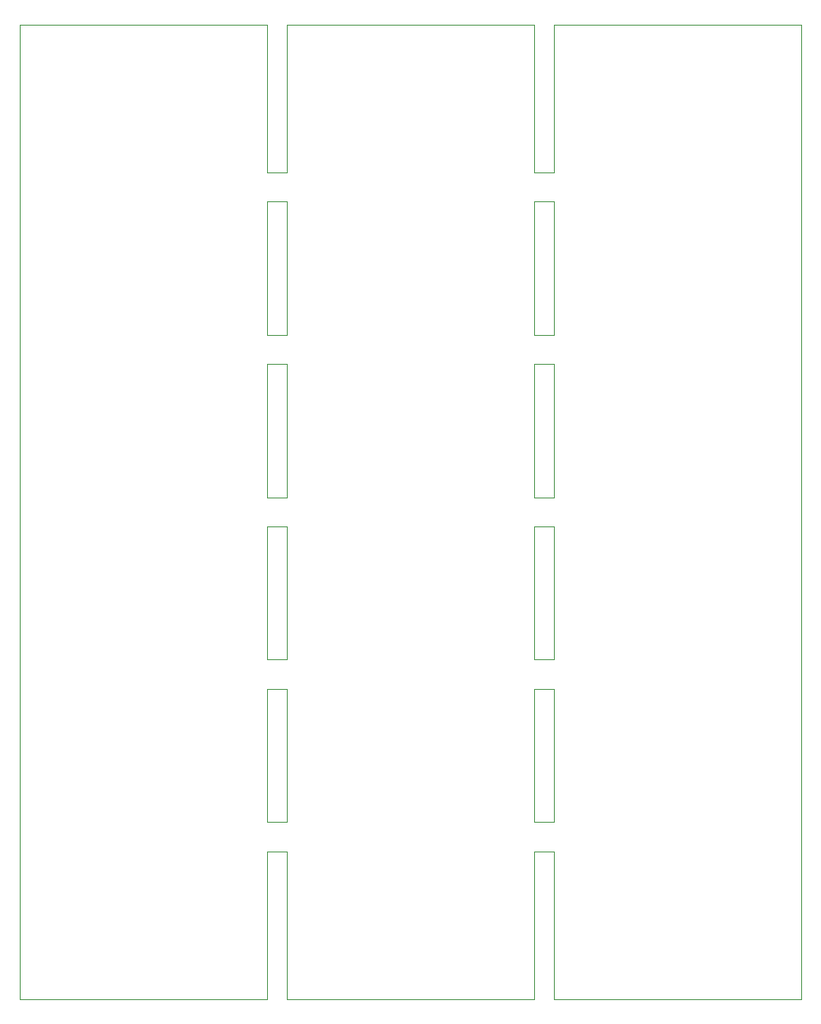
<source format=gm1>
%TF.GenerationSoftware,KiCad,Pcbnew,8.0.4-8.0.4-0~ubuntu22.04.1*%
%TF.CreationDate,2024-07-28T20:43:34+02:00*%
%TF.ProjectId,VoltageProcessor_panel,566f6c74-6167-4655-9072-6f636573736f,0.1*%
%TF.SameCoordinates,Original*%
%TF.FileFunction,Profile,NP*%
%FSLAX46Y46*%
G04 Gerber Fmt 4.6, Leading zero omitted, Abs format (unit mm)*
G04 Created by KiCad (PCBNEW 8.0.4-8.0.4-0~ubuntu22.04.1) date 2024-07-28 20:43:34*
%MOMM*%
%LPD*%
G01*
G04 APERTURE LIST*
%TA.AperFunction,Profile*%
%ADD10C,0.100000*%
%TD*%
G04 APERTURE END LIST*
D10*
X134801000Y-101833333D02*
X134799000Y-101833333D01*
X161200000Y-101833333D02*
X161200000Y-88166666D01*
X134801000Y-88166666D02*
X135800000Y-88166666D01*
X134801000Y-51833333D02*
X134799000Y-51833333D01*
X133800000Y-120000000D02*
X133800000Y-104833333D01*
X134799000Y-38166666D02*
X134801000Y-38166666D01*
X135800000Y-104833333D02*
X135800000Y-120000000D01*
X161200000Y-71500000D02*
X162199000Y-71500000D01*
X135800000Y-71500000D02*
X135800000Y-85166666D01*
X161200000Y-104833333D02*
X162199000Y-104833333D01*
X133800000Y-88166666D02*
X134799000Y-88166666D01*
X162201000Y-51833333D02*
X162199000Y-51833333D01*
X161200000Y-54833333D02*
X162199000Y-54833333D01*
X134801000Y-68500000D02*
X134799000Y-68500000D01*
X161200000Y-68500000D02*
X161200000Y-54833333D01*
X162201000Y-71500000D02*
X163200000Y-71500000D01*
X162201000Y-101833333D02*
X162199000Y-101833333D01*
X163200000Y-20000000D02*
X163200000Y-35166666D01*
X161200000Y-51833333D02*
X161200000Y-38166666D01*
X188600000Y-120000000D02*
X188600000Y-20000000D01*
X161200000Y-20000000D02*
X135800000Y-20000000D01*
X135800000Y-38166666D02*
X135800000Y-51833333D01*
X135800000Y-85166666D02*
X134801000Y-85166666D01*
X134799000Y-85166666D02*
X133800000Y-85166666D01*
X133800000Y-101833333D02*
X133800000Y-88166666D01*
X134799000Y-51833333D02*
X133800000Y-51833333D01*
X163200000Y-54833333D02*
X163200000Y-68500000D01*
X163200000Y-101833333D02*
X162201000Y-101833333D01*
X133800000Y-104833333D02*
X134799000Y-104833333D01*
X162201000Y-104833333D02*
X163200000Y-104833333D01*
X133800000Y-20000000D02*
X108400000Y-20000000D01*
X162201000Y-68500000D02*
X162199000Y-68500000D01*
X108400000Y-20000000D02*
X108400000Y-120000000D01*
X135800000Y-68500000D02*
X134801000Y-68500000D01*
X162199000Y-88166666D02*
X162201000Y-88166666D01*
X163200000Y-51833333D02*
X162201000Y-51833333D01*
X163200000Y-35166666D02*
X162201000Y-35166666D01*
X134799000Y-88166666D02*
X134801000Y-88166666D01*
X134799000Y-71500000D02*
X134801000Y-71500000D01*
X162199000Y-101833333D02*
X161200000Y-101833333D01*
X188600000Y-20000000D02*
X163200000Y-20000000D01*
X133800000Y-54833333D02*
X134799000Y-54833333D01*
X134799000Y-54833333D02*
X134801000Y-54833333D01*
X135800000Y-120000000D02*
X161200000Y-120000000D01*
X133800000Y-38166666D02*
X134799000Y-38166666D01*
X133800000Y-35166666D02*
X133800000Y-20000000D01*
X133800000Y-68500000D02*
X133800000Y-54833333D01*
X135800000Y-35166666D02*
X134801000Y-35166666D01*
X163200000Y-120000000D02*
X188600000Y-120000000D01*
X162199000Y-85166666D02*
X161200000Y-85166666D01*
X163200000Y-38166666D02*
X163200000Y-51833333D01*
X134801000Y-85166666D02*
X134799000Y-85166666D01*
X162201000Y-54833333D02*
X163200000Y-54833333D01*
X162199000Y-35166666D02*
X161200000Y-35166666D01*
X135800000Y-101833333D02*
X134801000Y-101833333D01*
X135800000Y-54833333D02*
X135800000Y-68500000D01*
X134801000Y-54833333D02*
X135800000Y-54833333D01*
X162201000Y-85166666D02*
X162199000Y-85166666D01*
X162201000Y-88166666D02*
X163200000Y-88166666D01*
X161200000Y-35166666D02*
X161200000Y-20000000D01*
X162199000Y-54833333D02*
X162201000Y-54833333D01*
X162199000Y-51833333D02*
X161200000Y-51833333D01*
X161200000Y-120000000D02*
X161200000Y-104833333D01*
X134801000Y-71500000D02*
X135800000Y-71500000D01*
X162201000Y-38166666D02*
X163200000Y-38166666D01*
X133800000Y-85166666D02*
X133800000Y-71500000D01*
X134799000Y-104833333D02*
X134801000Y-104833333D01*
X162199000Y-68500000D02*
X161200000Y-68500000D01*
X134801000Y-104833333D02*
X135800000Y-104833333D01*
X134799000Y-101833333D02*
X133800000Y-101833333D01*
X133800000Y-51833333D02*
X133800000Y-38166666D01*
X135800000Y-88166666D02*
X135800000Y-101833333D01*
X162199000Y-38166666D02*
X162201000Y-38166666D01*
X135800000Y-51833333D02*
X134801000Y-51833333D01*
X135800000Y-20000000D02*
X135800000Y-35166666D01*
X162199000Y-71500000D02*
X162201000Y-71500000D01*
X162199000Y-104833333D02*
X162201000Y-104833333D01*
X163200000Y-68500000D02*
X162201000Y-68500000D01*
X108400000Y-120000000D02*
X133800000Y-120000000D01*
X133800000Y-71500000D02*
X134799000Y-71500000D01*
X163200000Y-71500000D02*
X163200000Y-85166666D01*
X163200000Y-104833333D02*
X163200000Y-120000000D01*
X134801000Y-35166666D02*
X134799000Y-35166666D01*
X161200000Y-85166666D02*
X161200000Y-71500000D01*
X134799000Y-35166666D02*
X133800000Y-35166666D01*
X163200000Y-85166666D02*
X162201000Y-85166666D01*
X162201000Y-35166666D02*
X162199000Y-35166666D01*
X163200000Y-88166666D02*
X163200000Y-101833333D01*
X134801000Y-38166666D02*
X135800000Y-38166666D01*
X161200000Y-88166666D02*
X162199000Y-88166666D01*
X161200000Y-38166666D02*
X162199000Y-38166666D01*
X134799000Y-68500000D02*
X133800000Y-68500000D01*
M02*

</source>
